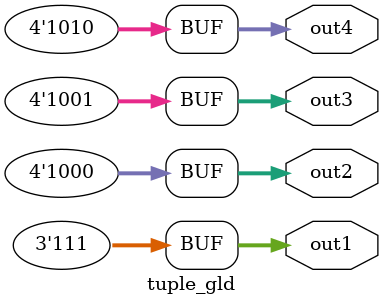
<source format=v>
module tuple_gld (
  output [2:0] out1,
  output [3:0] out2,
  output [3:0] out3,
  output [3:0] out4
);

assign out1 = 3'd7;
assign out2 = 4'd8;
assign out3 = 4'd9;
assign out4 = 4'd10;

endmodule

</source>
